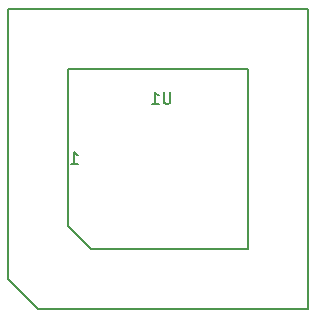
<source format=gbr>
G04 #@! TF.GenerationSoftware,KiCad,Pcbnew,6.0.0-rc1-unknown-1088786~66~ubuntu16.04.1*
G04 #@! TF.CreationDate,2018-12-29T10:22:54+01:00
G04 #@! TF.ProjectId,audi_concert1_chorus1_volume_fix,61756469-5f63-46f6-9e63-657274315f63,rev?*
G04 #@! TF.SameCoordinates,Original*
G04 #@! TF.FileFunction,Legend,Bot*
G04 #@! TF.FilePolarity,Positive*
%FSLAX46Y46*%
G04 Gerber Fmt 4.6, Leading zero omitted, Abs format (unit mm)*
G04 Created by KiCad (PCBNEW 6.0.0-rc1-unknown-1088786~66~ubuntu16.04.1) date So 29. december 2018, 10:22:54 CET*
%MOMM*%
%LPD*%
G04 APERTURE LIST*
%ADD10C,0.150000*%
G04 APERTURE END LIST*
D10*
X167254601Y-116865400D02*
X167254601Y-94005400D01*
X169794601Y-119405400D02*
X192654601Y-119405400D01*
X169794601Y-119405400D02*
X167254601Y-116865400D01*
X192654601Y-94005400D02*
X192654601Y-119405400D01*
X167254601Y-94005400D02*
X192654601Y-94005400D01*
X172334601Y-112420400D02*
X172334601Y-99085400D01*
X174239601Y-114325400D02*
X172334601Y-112420400D01*
X187574601Y-114325400D02*
X174239601Y-114325400D01*
X187574601Y-99085400D02*
X187574601Y-114325400D01*
X172334601Y-99085400D02*
X187574601Y-99085400D01*
X180970505Y-101077780D02*
X180970505Y-101887304D01*
X180922886Y-101982542D01*
X180875267Y-102030161D01*
X180780029Y-102077780D01*
X180589553Y-102077780D01*
X180494315Y-102030161D01*
X180446696Y-101982542D01*
X180399077Y-101887304D01*
X180399077Y-101077780D01*
X179399077Y-102077780D02*
X179970505Y-102077780D01*
X179684791Y-102077780D02*
X179684791Y-101077780D01*
X179780029Y-101220638D01*
X179875267Y-101315876D01*
X179970505Y-101363495D01*
X172556886Y-107157780D02*
X173128315Y-107157780D01*
X172842601Y-107157780D02*
X172842601Y-106157780D01*
X172937839Y-106300638D01*
X173033077Y-106395876D01*
X173128315Y-106443495D01*
M02*

</source>
